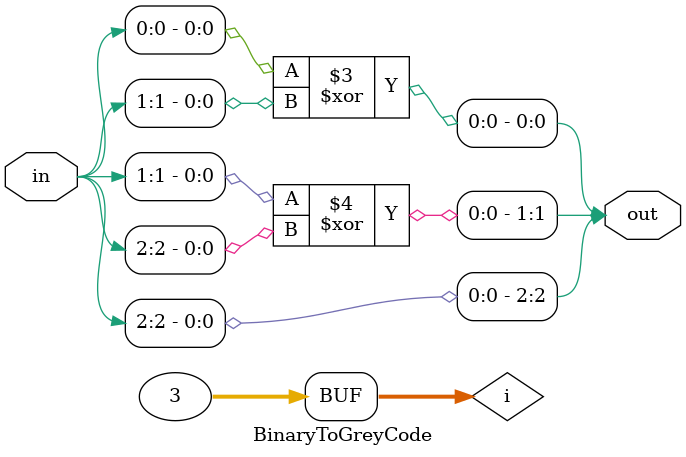
<source format=sv>
module BinaryToGreyCode(in, out); 

parameter int Bits = 3; 

input logic  [Bits-1:0] in; 
output logic [Bits-1:0] out; 
int i = 0;

always_comb
	begin 
		for(i = 0; i < Bits; i++)
		begin
			if(i == Bits- 1)
				begin
					out[i] = in[Bits-1]; 
				end 
			else 
				begin 
					out[i] = in[i] ^ in[i+1];
				end
		end
	end

endmodule 	
		
		

</source>
